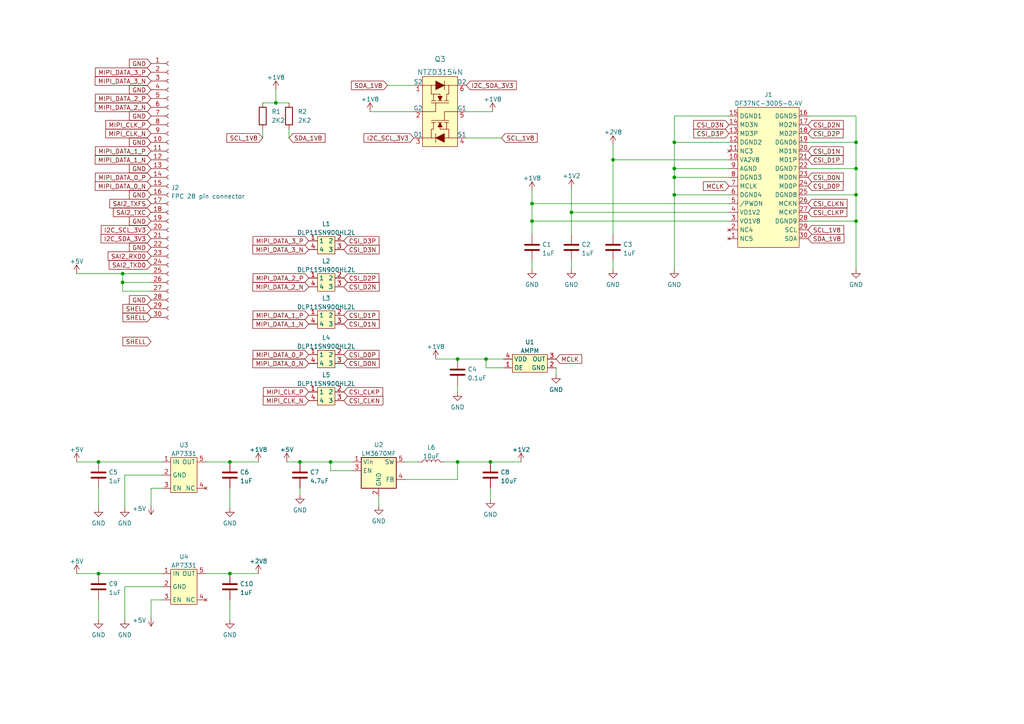
<source format=kicad_sch>
(kicad_sch (version 20211123) (generator eeschema)
  (paper "A4")
  (lib_symbols
    (symbol "Connector:Conn_01x30_Female" (pin_names (offset 1.016) hide)
      (property "Reference" "J" (at 0 38.1 0))
      (property "Value" "Conn_01x30_Female" (at 0 -40.64 0))
      (symbol "Conn_01x30_Female_1_1"
        (arc (start 0 -37.592) (mid -0.508 -38.1) (end 0 -38.608) (stroke (width 0.1524)))
        (arc (start 0 -35.052) (mid -0.508 -35.56) (end 0 -36.068) (stroke (width 0.1524)))
        (arc (start 0 -32.512) (mid -0.508 -33.02) (end 0 -33.528) (stroke (width 0.1524)))
        (arc (start 0 -29.972) (mid -0.508 -30.48) (end 0 -30.988) (stroke (width 0.1524)))
        (arc (start 0 -27.432) (mid -0.508 -27.94) (end 0 -28.448) (stroke (width 0.1524)))
        (arc (start 0 -24.892) (mid -0.508 -25.4) (end 0 -25.908) (stroke (width 0.1524)))
        (arc (start 0 -22.352) (mid -0.508 -22.86) (end 0 -23.368) (stroke (width 0.1524)))
        (arc (start 0 -19.812) (mid -0.508 -20.32) (end 0 -20.828) (stroke (width 0.1524)))
        (arc (start 0 -17.272) (mid -0.508 -17.78) (end 0 -18.288) (stroke (width 0.1524)))
        (arc (start 0 -14.732) (mid -0.508 -15.24) (end 0 -15.748) (stroke (width 0.1524)))
        (arc (start 0 -12.192) (mid -0.508 -12.7) (end 0 -13.208) (stroke (width 0.1524)))
        (arc (start 0 -9.652) (mid -0.508 -10.16) (end 0 -10.668) (stroke (width 0.1524)))
        (arc (start 0 -7.112) (mid -0.508 -7.62) (end 0 -8.128) (stroke (width 0.1524)))
        (arc (start 0 -4.572) (mid -0.508 -5.08) (end 0 -5.588) (stroke (width 0.1524)))
        (arc (start 0 -2.032) (mid -0.508 -2.54) (end 0 -3.048) (stroke (width 0.1524)))
        (polyline (pts (xy -1.27 -38.1) (xy -0.508 -38.1)) (stroke (width 0.1524)))
        (polyline (pts (xy -1.27 -35.56) (xy -0.508 -35.56)) (stroke (width 0.1524)))
        (polyline (pts (xy -1.27 -33.02) (xy -0.508 -33.02)) (stroke (width 0.1524)))
        (polyline (pts (xy -1.27 -30.48) (xy -0.508 -30.48)) (stroke (width 0.1524)))
        (polyline (pts (xy -1.27 -27.94) (xy -0.508 -27.94)) (stroke (width 0.1524)))
        (polyline (pts (xy -1.27 -25.4) (xy -0.508 -25.4)) (stroke (width 0.1524)))
        (polyline (pts (xy -1.27 -22.86) (xy -0.508 -22.86)) (stroke (width 0.1524)))
        (polyline (pts (xy -1.27 -20.32) (xy -0.508 -20.32)) (stroke (width 0.1524)))
        (polyline (pts (xy -1.27 -17.78) (xy -0.508 -17.78)) (stroke (width 0.1524)))
        (polyline (pts (xy -1.27 -15.24) (xy -0.508 -15.24)) (stroke (width 0.1524)))
        (polyline (pts (xy -1.27 -12.7) (xy -0.508 -12.7)) (stroke (width 0.1524)))
        (polyline (pts (xy -1.27 -10.16) (xy -0.508 -10.16)) (stroke (width 0.1524)))
        (polyline (pts (xy -1.27 -7.62) (xy -0.508 -7.62)) (stroke (width 0.1524)))
        (polyline (pts (xy -1.27 -5.08) (xy -0.508 -5.08)) (stroke (width 0.1524)))
        (polyline (pts (xy -1.27 -2.54) (xy -0.508 -2.54)) (stroke (width 0.1524)))
        (polyline (pts (xy -1.27 0) (xy -0.508 0)) (stroke (width 0.1524)))
        (polyline (pts (xy -1.27 2.54) (xy -0.508 2.54)) (stroke (width 0.1524)))
        (polyline (pts (xy -1.27 5.08) (xy -0.508 5.08)) (stroke (width 0.1524)))
        (polyline (pts (xy -1.27 7.62) (xy -0.508 7.62)) (stroke (width 0.1524)))
        (polyline (pts (xy -1.27 10.16) (xy -0.508 10.16)) (stroke (width 0.1524)))
        (polyline (pts (xy -1.27 12.7) (xy -0.508 12.7)) (stroke (width 0.1524)))
        (polyline (pts (xy -1.27 15.24) (xy -0.508 15.24)) (stroke (width 0.1524)))
        (polyline (pts (xy -1.27 17.78) (xy -0.508 17.78)) (stroke (width 0.1524)))
        (polyline (pts (xy -1.27 20.32) (xy -0.508 20.32)) (stroke (width 0.1524)))
        (polyline (pts (xy -1.27 22.86) (xy -0.508 22.86)) (stroke (width 0.1524)))
        (polyline (pts (xy -1.27 25.4) (xy -0.508 25.4)) (stroke (width 0.1524)))
        (polyline (pts (xy -1.27 27.94) (xy -0.508 27.94)) (stroke (width 0.1524)))
        (polyline (pts (xy -1.27 30.48) (xy -0.508 30.48)) (stroke (width 0.1524)))
        (polyline (pts (xy -1.27 33.02) (xy -0.508 33.02)) (stroke (width 0.1524)))
        (polyline (pts (xy -1.27 35.56) (xy -0.508 35.56)) (stroke (width 0.1524)))
        (arc (start 0 0.508) (mid -0.508 0) (end 0 -0.508) (stroke (width 0.1524)))
        (arc (start 0 3.048) (mid -0.508 2.54) (end 0 2.032) (stroke (width 0.1524)))
        (arc (start 0 5.588) (mid -0.508 5.08) (end 0 4.572) (stroke (width 0.1524)))
        (arc (start 0 8.128) (mid -0.508 7.62) (end 0 7.112) (stroke (width 0.1524)))
        (arc (start 0 10.668) (mid -0.508 10.16) (end 0 9.652) (stroke (width 0.1524)))
        (arc (start 0 13.208) (mid -0.508 12.7) (end 0 12.192) (stroke (width 0.1524)))
        (arc (start 0 15.748) (mid -0.508 15.24) (end 0 14.732) (stroke (width 0.1524)))
        (arc (start 0 18.288) (mid -0.508 17.78) (end 0 17.272) (stroke (width 0.1524)))
        (arc (start 0 20.828) (mid -0.508 20.32) (end 0 19.812) (stroke (width 0.1524)))
        (arc (start 0 23.368) (mid -0.508 22.86) (end 0 22.352) (stroke (width 0.1524)))
        (arc (start 0 25.908) (mid -0.508 25.4) (end 0 24.892) (stroke (width 0.1524)))
        (arc (start 0 28.448) (mid -0.508 27.94) (end 0 27.432) (stroke (width 0.1524)))
        (arc (start 0 30.988) (mid -0.508 30.48) (end 0 29.972) (stroke (width 0.1524)))
        (arc (start 0 33.528) (mid -0.508 33.02) (end 0 32.512) (stroke (width 0.1524)))
        (arc (start 0 36.068) (mid -0.508 35.56) (end 0 35.052) (stroke (width 0.1524)))
        (pin passive line (at -5.08 35.56 0) (length 3.81) (name "Pin_1") (number "1"))
        (pin passive line (at -5.08 12.7 0) (length 3.81) (name "Pin_10") (number "10"))
        (pin passive line (at -5.08 10.16 0) (length 3.81) (name "Pin_11") (number "11"))
        (pin passive line (at -5.08 7.62 0) (length 3.81) (name "Pin_12") (number "12"))
        (pin passive line (at -5.08 5.08 0) (length 3.81) (name "Pin_13") (number "13"))
        (pin passive line (at -5.08 2.54 0) (length 3.81) (name "Pin_14") (number "14"))
        (pin passive line (at -5.08 0 0) (length 3.81) (name "Pin_15") (number "15"))
        (pin passive line (at -5.08 -2.54 0) (length 3.81) (name "Pin_16") (number "16"))
        (pin passive line (at -5.08 -5.08 0) (length 3.81) (name "Pin_17") (number "17"))
        (pin passive line (at -5.08 -7.62 0) (length 3.81) (name "Pin_18") (number "18"))
        (pin passive line (at -5.08 -10.16 0) (length 3.81) (name "Pin_19") (number "19"))
        (pin passive line (at -5.08 33.02 0) (length 3.81) (name "Pin_2") (number "2"))
        (pin passive line (at -5.08 -12.7 0) (length 3.81) (name "Pin_20") (number "20"))
        (pin passive line (at -5.08 -15.24 0) (length 3.81) (name "Pin_21") (number "21"))
        (pin passive line (at -5.08 -17.78 0) (length 3.81) (name "Pin_22") (number "22"))
        (pin passive line (at -5.08 -20.32 0) (length 3.81) (name "Pin_23") (number "23"))
        (pin passive line (at -5.08 -22.86 0) (length 3.81) (name "Pin_24") (number "24"))
        (pin passive line (at -5.08 -25.4 0) (length 3.81) (name "Pin_25") (number "25"))
        (pin passive line (at -5.08 -27.94 0) (length 3.81) (name "Pin_26") (number "26"))
        (pin passive line (at -5.08 -30.48 0) (length 3.81) (name "Pin_27") (number "27"))
        (pin passive line (at -5.08 -33.02 0) (length 3.81) (name "Pin_28") (number "28"))
        (pin passive line (at -5.08 -35.56 0) (length 3.81) (name "Pin_29") (number "29"))
        (pin passive line (at -5.08 30.48 0) (length 3.81) (name "Pin_3") (number "3"))
        (pin passive line (at -5.08 -38.1 0) (length 3.81) (name "Pin_30") (number "30"))
        (pin passive line (at -5.08 27.94 0) (length 3.81) (name "Pin_4") (number "4"))
        (pin passive line (at -5.08 25.4 0) (length 3.81) (name "Pin_5") (number "5"))
        (pin passive line (at -5.08 22.86 0) (length 3.81) (name "Pin_6") (number "6"))
        (pin passive line (at -5.08 20.32 0) (length 3.81) (name "Pin_7") (number "7"))
        (pin passive line (at -5.08 17.78 0) (length 3.81) (name "Pin_8") (number "8"))
        (pin passive line (at -5.08 15.24 0) (length 3.81) (name "Pin_9") (number "9"))
      )
    )
    (symbol "Device:C" (pin_numbers hide) (pin_names (offset 0.254))
      (property "Reference" "C" (at 0.635 2.54 0))
      (property "Value" "C" (at 0.635 -2.54 0))
      (symbol "C_0_1"
        (polyline (pts (xy -2.032 -0.762) (xy 2.032 -0.762)) (stroke (width 0.508)))
        (polyline (pts (xy -2.032 0.762) (xy 2.032 0.762)) (stroke (width 0.508)))
      )
      (symbol "C_1_1"
        (pin passive line (at 0 3.81 270) (length 2.794) (name "~") (number "1"))
        (pin passive line (at 0 -3.81 90) (length 2.794) (name "~") (number "2"))
      )
    )
    (symbol "Device:L" (pin_numbers hide) (pin_names (offset 1.016) hide)
      (property "Reference" "L" (at -1.27 0 90))
      (property "Value" "L" (at 1.905 0 90))
      (symbol "L_0_1"
        (arc (start 0 -2.54) (mid 0.635 -1.905) (end 0 -1.27))
        (arc (start 0 -1.27) (mid 0.635 -0.635) (end 0 0))
        (arc (start 0 0) (mid 0.635 0.635) (end 0 1.27))
        (arc (start 0 1.27) (mid 0.635 1.905) (end 0 2.54))
      )
      (symbol "L_1_1"
        (pin passive line (at 0 3.81 270) (length 1.27) (name "1") (number "1"))
        (pin passive line (at 0 -3.81 90) (length 1.27) (name "2") (number "2"))
      )
    )
    (symbol "Device:R" (pin_numbers hide) (pin_names (offset 0))
      (property "Reference" "R" (at 2.032 0 90))
      (property "Value" "R" (at 0 0 90))
      (symbol "R_0_1"
        (rectangle (start -1.016 -2.54) (end 1.016 2.54) (stroke (width 0.254)))
      )
      (symbol "R_1_1"
        (pin passive line (at 0 3.81 270) (length 1.27) (name "~") (number "1"))
        (pin passive line (at 0 -3.81 90) (length 1.27) (name "~") (number "2"))
      )
    )
    (symbol "Regulator_Switching:LM3670MF"
      (property "Reference" "U" (at -5.08 5.08 0))
      (property "Value" "LM3670MF" (at 0 5.08 0))
      (symbol "LM3670MF_0_1"
        (rectangle (start -5.08 3.81) (end 5.08 -5.08) (stroke (width 0.254)) (fill (type background)))
      )
      (symbol "LM3670MF_1_1"
        (pin power_in line (at -7.62 2.54 0) (length 2.54) (name "Vin") (number "1"))
        (pin power_in line (at 0 -7.62 90) (length 2.54) (name "GND") (number "2"))
        (pin input line (at -7.62 0 0) (length 2.54) (name "EN") (number "3"))
        (pin input line (at 7.62 -2.54 180) (length 2.54) (name "FB") (number "4"))
        (pin input line (at 7.62 2.54 180) (length 2.54) (name "SW") (number "5"))
      )
    )
    (symbol "dk_Transistors-FETs-MOSFETs-Arrays:2N7002DW-7-F" (pin_names (offset 0))
      (property "Reference" "Q" (at -7.62 10.16 0))
      (property "Value" "2N7002DW-7-F" (at -5.08 -15.24 0))
      (symbol "2N7002DW-7-F_0_1"
        (rectangle (start -5.08 7.62) (end 5.08 -12.7) (fill (type background)))
        (polyline (pts (xy -5.08 -10.16) (xy -1.27 -10.16)))
        (polyline (pts (xy -2.54 0) (xy 2.54 0)))
        (polyline (pts (xy -1.27 -11.43) (xy -1.27 -8.89)))
        (polyline (pts (xy -1.27 -5.715) (xy -2.54 -5.715)))
        (polyline (pts (xy -1.27 0.635) (xy -2.54 0.635)))
        (polyline (pts (xy -1.27 5.08) (xy -5.08 5.08)))
        (polyline (pts (xy -0.635 0.635) (xy 0.635 0.635)))
        (polyline (pts (xy 0.635 -5.715) (xy -0.635 -5.715)))
        (polyline (pts (xy 1.27 -10.16) (xy 5.08 -10.16)))
        (polyline (pts (xy 1.27 -5.715) (xy 2.54 -5.715)))
        (polyline (pts (xy 1.27 0.635) (xy 2.54 0.635)))
        (polyline (pts (xy 1.27 6.35) (xy 1.27 3.81)))
        (polyline (pts (xy 2.54 -5.08) (xy -2.54 -5.08)))
        (polyline (pts (xy 5.08 5.08) (xy 1.27 5.08)))
        (polyline (pts (xy -5.08 -2.54) (xy -1.27 -2.54) (xy -1.27 0)))
        (polyline (pts (xy -1.905 2.54) (xy -2.54 2.54) (xy -2.54 5.08)))
        (polyline (pts (xy 1.905 -7.62) (xy 2.54 -7.62) (xy 2.54 -10.16)))
        (polyline (pts (xy 5.08 -2.54) (xy 1.27 -2.54) (xy 1.27 -5.08)))
        (polyline (pts (xy -1.905 -5.715) (xy -1.905 -7.62) (xy -2.54 -7.62) (xy -2.54 -10.16)))
        (polyline (pts (xy -1.27 6.35) (xy -1.27 3.81) (xy 1.27 5.08) (xy -1.27 6.35)) (fill (type outline)))
        (polyline (pts (xy -0.635 1.905) (xy 0 0.635) (xy 0.635 1.905) (xy -0.635 1.905)) (fill (type outline)))
        (polyline (pts (xy 0 -6.985) (xy 0 -7.62) (xy 1.905 -7.62) (xy 1.905 -5.715)))
        (polyline (pts (xy 0 1.905) (xy 0 2.54) (xy -1.905 2.54) (xy -1.905 0.635)))
        (polyline (pts (xy 0.635 -6.985) (xy 0 -5.715) (xy -0.635 -6.985) (xy 0.635 -6.985)) (fill (type outline)))
        (polyline (pts (xy 1.27 -11.43) (xy 1.27 -8.89) (xy -1.27 -10.16) (xy 1.27 -11.43)) (fill (type outline)))
        (polyline (pts (xy 1.905 0.635) (xy 1.905 2.54) (xy 2.54 2.54) (xy 2.54 5.08)))
      )
      (symbol "2N7002DW-7-F_1_1"
        (pin input line (at -7.62 5.08 0) (length 2.54) (name "S2") (number "1"))
        (pin input line (at -7.62 -2.54 0) (length 2.54) (name "G2") (number "2"))
        (pin output line (at -7.62 -10.16 0) (length 2.54) (name "D1") (number "3"))
        (pin input line (at 7.62 -10.16 180) (length 2.54) (name "S1") (number "4"))
        (pin input line (at 7.62 -2.54 180) (length 2.54) (name "G1") (number "5"))
        (pin output line (at 7.62 5.08 180) (length 2.54) (name "D2") (number "6"))
      )
    )
    (symbol "power:+1V2" (power) (pin_names (offset 0))
      (property "Value" "+1V2" (at 0 3.556 0))
      (symbol "+1V2_0_1"
        (polyline (pts (xy -0.762 1.27) (xy 0 2.54)))
        (polyline (pts (xy 0 0) (xy 0 2.54)))
        (polyline (pts (xy 0 2.54) (xy 0.762 1.27)))
      )
      (symbol "+1V2_1_1"
        (pin power_in line (at 0 0 90) (length 0) hide (name "+1V2") (number "1"))
      )
    )
    (symbol "power:+1V8" (power) (pin_names (offset 0))
      (property "Value" "+1V8" (at 0 3.556 0))
      (symbol "+1V8_0_1"
        (polyline (pts (xy -0.762 1.27) (xy 0 2.54)))
        (polyline (pts (xy 0 0) (xy 0 2.54)))
        (polyline (pts (xy 0 2.54) (xy 0.762 1.27)))
      )
      (symbol "+1V8_1_1"
        (pin power_in line (at 0 0 90) (length 0) hide (name "+1V8") (number "1"))
      )
    )
    (symbol "power:+2V8" (power) (pin_names (offset 0))
      (property "Value" "+2V8" (at 0 3.556 0))
      (symbol "+2V8_0_1"
        (polyline (pts (xy -0.762 1.27) (xy 0 2.54)))
        (polyline (pts (xy 0 0) (xy 0 2.54)))
        (polyline (pts (xy 0 2.54) (xy 0.762 1.27)))
      )
      (symbol "+2V8_1_1"
        (pin power_in line (at 0 0 90) (length 0) hide (name "+2V8") (number "1"))
      )
    )
    (symbol "power:+5V" (power) (pin_names (offset 0))
      (property "Value" "+5V" (at 0 3.556 0))
      (symbol "+5V_0_1"
        (polyline (pts (xy -0.762 1.27) (xy 0 2.54)))
        (polyline (pts (xy 0 0) (xy 0 2.54)))
        (polyline (pts (xy 0 2.54) (xy 0.762 1.27)))
      )
      (symbol "+5V_1_1"
        (pin power_in line (at 0 0 90) (length 0) hide (name "+5V") (number "1"))
      )
    )
    (symbol "power:GND" (power) (pin_names (offset 0))
      (property "Value" "GND" (at 0 -3.81 0))
      (symbol "GND_0_1"
        (polyline (pts (xy 0 0) (xy 0 -1.27) (xy 1.27 -1.27) (xy 0 -2.54) (xy -1.27 -1.27) (xy 0 -1.27)))
      )
      (symbol "GND_1_1"
        (pin power_in line (at 0 0 270) (length 0) hide (name "GND") (number "1"))
      )
    )
    (symbol "unsurv_offline_pcb_symbols:AMPM"
      (property "Reference" "U" (at 0 7.62 0))
      (property "Value" "AMPM" (at 0 -1.27 0))
      (symbol "AMPM_0_1"
        (rectangle (start 5.08 6.35) (end -5.08 1.27) (stroke (width 0.1524)) (fill (type background)))
      )
      (symbol "AMPM_1_1"
        (pin power_in line (at -7.62 2.54 0) (length 2.54) (name "OE") (number "1"))
        (pin power_in line (at 7.62 2.54 180) (length 2.54) (name "GND") (number "2"))
        (pin output line (at 7.62 5.08 180) (length 2.54) (name "OUT") (number "3"))
        (pin power_in line (at -7.62 5.08 0) (length 2.54) (name "VDD") (number "4"))
      )
    )
    (symbol "unsurv_offline_pcb_symbols:AP7331"
      (property "Reference" "U" (at 0 8.89 0))
      (property "Value" "AP7331" (at 0 -6.35 0))
      (symbol "AP7331_0_1"
        (rectangle (start 3.81 6.35) (end -3.81 -3.81) (stroke (width 0.1524)) (fill (type background)))
      )
      (symbol "AP7331_1_1"
        (pin power_in line (at -6.35 5.08 0) (length 2.54) (name "IN") (number "1"))
        (pin power_in line (at -6.35 1.27 0) (length 2.54) (name "GND") (number "2"))
        (pin input line (at -6.35 -2.54 0) (length 2.54) (name "EN") (number "3"))
        (pin no_connect line (at 6.35 -2.54 180) (length 2.54) (name "NC") (number "4"))
        (pin input line (at 6.35 5.08 180) (length 2.54) (name "OUT") (number "5"))
      )
    )
    (symbol "unsurv_offline_pcb_symbols:DF37NC-30DS-0.4V"
      (property "Reference" "J" (at 0 20.32 0))
      (property "Value" "DF37NC-30DS-0.4V" (at 0 -27.94 0))
      (symbol "DF37NC-30DS-0.4V_0_1"
        (rectangle (start 8.89 19.05) (end -8.89 -21.59) (stroke (width 0.1524)) (fill (type background)))
      )
      (symbol "DF37NC-30DS-0.4V_1_1"
        (pin no_connect line (at -11.43 -19.05 0) (length 2.54) (name "NC5") (number "1"))
        (pin power_in line (at -11.43 3.81 0) (length 2.54) (name "VA2V8") (number "10"))
        (pin no_connect line (at -11.43 6.35 0) (length 2.54) (name "NC3") (number "11"))
        (pin power_in line (at -11.43 8.89 0) (length 2.54) (name "DGND2") (number "12"))
        (pin output line (at -11.43 11.43 0) (length 2.54) (name "MD3P") (number "13"))
        (pin output line (at -11.43 13.97 0) (length 2.54) (name "MD3N") (number "14"))
        (pin power_in line (at -11.43 16.51 0) (length 2.54) (name "DGND1") (number "15"))
        (pin power_in line (at 11.43 16.51 180) (length 2.54) (name "DGND5") (number "16"))
        (pin output line (at 11.43 13.97 180) (length 2.54) (name "MD2N") (number "17"))
        (pin output line (at 11.43 11.43 180) (length 2.54) (name "MD2P") (number "18"))
        (pin power_in line (at 11.43 8.89 180) (length 2.54) (name "DGND6") (number "19"))
        (pin no_connect line (at -11.43 -16.51 0) (length 2.54) (name "NC4") (number "2"))
        (pin output line (at 11.43 6.35 180) (length 2.54) (name "MD1N") (number "20"))
        (pin output line (at 11.43 3.81 180) (length 2.54) (name "MD1P") (number "21"))
        (pin power_in line (at 11.43 1.27 180) (length 2.54) (name "DGND7") (number "22"))
        (pin output line (at 11.43 -1.27 180) (length 2.54) (name "MD0N") (number "23"))
        (pin output line (at 11.43 -3.81 180) (length 2.54) (name "MD0P") (number "24"))
        (pin power_in line (at 11.43 -6.35 180) (length 2.54) (name "DGND8") (number "25"))
        (pin output line (at 11.43 -8.89 180) (length 2.54) (name "MCKN") (number "26"))
        (pin output line (at 11.43 -11.43 180) (length 2.54) (name "MCKP") (number "27"))
        (pin power_in line (at 11.43 -13.97 180) (length 2.54) (name "DGND9") (number "28"))
        (pin input line (at 11.43 -16.51 180) (length 2.54) (name "SCL") (number "29"))
        (pin power_in line (at -11.43 -13.97 0) (length 2.54) (name "VO1V8") (number "3"))
        (pin bidirectional line (at 11.43 -19.05 180) (length 2.54) (name "SDA") (number "30"))
        (pin power_in line (at -11.43 -11.43 0) (length 2.54) (name "VD1V2") (number "4"))
        (pin power_in line (at -11.43 -8.89 0) (length 2.54) (name "/PWDN") (number "5"))
        (pin power_in line (at -11.43 -6.35 0) (length 2.54) (name "DGND4") (number "6"))
        (pin input line (at -11.43 -3.81 0) (length 2.54) (name "MCLK") (number "7"))
        (pin power_in line (at -11.43 -1.27 0) (length 2.54) (name "DGND3") (number "8"))
        (pin power_in line (at -11.43 1.27 0) (length 2.54) (name "AGND") (number "9"))
      )
    )
    (symbol "unsurv_offline_pcb_symbols:DLP11SN900HL2L"
      (property "Reference" "L" (at 0 8.89 0))
      (property "Value" "DLP11SN900HL2L" (at 0 -1.27 0))
      (symbol "DLP11SN900HL2L_0_1"
        (rectangle (start 2.54 6.35) (end -2.54 1.27) (stroke (width 0.1524)) (fill (type background)))
      )
      (symbol "DLP11SN900HL2L_1_1"
        (pin bidirectional line (at -5.08 5.08 0) (length 2.54) (name "1") (number "1"))
        (pin bidirectional line (at 5.08 5.08 180) (length 2.54) (name "2") (number "2"))
        (pin bidirectional line (at 5.08 2.54 180) (length 2.54) (name "3") (number "3"))
        (pin bidirectional line (at -5.08 2.54 0) (length 2.54) (name "4") (number "4"))
      )
    )
  )
  (junction (at 95.885 133.985))
  (junction (at 86.995 133.985))
  (junction (at 140.97 104.14))
  (junction (at 248.285 56.515))
  (junction (at 132.715 133.985))
  (junction (at 66.675 166.37))
  (junction (at 195.58 56.515))
  (junction (at 248.285 41.275))
  (junction (at 248.285 48.895))
  (junction (at 35.56 81.915))
  (junction (at 142.24 133.985))
  (junction (at 80.01 29.845))
  (junction (at 154.305 59.055))
  (junction (at 28.575 166.37))
  (junction (at 195.58 41.275))
  (junction (at 132.715 104.14))
  (junction (at 165.735 61.595))
  (junction (at 195.58 51.435))
  (junction (at 248.285 64.135))
  (junction (at 195.58 48.895))
  (junction (at 28.575 133.985))
  (junction (at 66.675 133.985))
  (junction (at 154.305 64.135))
  (junction (at 177.8 46.355))
  (junction (at 35.56 79.375))
  (wire (pts (xy 95.885 133.985) (xy 95.885 136.525)))
  (wire (pts (xy 234.315 64.135) (xy 248.285 64.135)))
  (wire (pts (xy 35.56 84.455) (xy 35.56 81.915)))
  (wire (pts (xy 66.675 133.985) (xy 74.93 133.985)))
  (wire (pts (xy 86.995 141.605) (xy 86.995 143.51)))
  (wire (pts (xy 83.185 133.985) (xy 86.995 133.985)))
  (wire (pts (xy 83.82 29.845) (xy 80.01 29.845)))
  (wire (pts (xy 211.455 64.135) (xy 154.305 64.135)))
  (wire (pts (xy 43.815 179.07) (xy 43.815 173.99)))
  (wire (pts (xy 86.995 133.985) (xy 95.885 133.985)))
  (wire (pts (xy 161.29 106.68) (xy 161.29 108.585)))
  (wire (pts (xy 248.285 33.655) (xy 248.285 41.275)))
  (wire (pts (xy 140.97 106.68) (xy 146.05 106.68)))
  (wire (pts (xy 28.575 133.985) (xy 46.99 133.985)))
  (wire (pts (xy 36.195 179.705) (xy 36.195 170.18)))
  (wire (pts (xy 22.225 166.37) (xy 28.575 166.37)))
  (wire (pts (xy 76.2 37.465) (xy 76.2 40.005)))
  (wire (pts (xy 195.58 41.275) (xy 195.58 48.895)))
  (wire (pts (xy 142.24 133.985) (xy 151.13 133.985)))
  (wire (pts (xy 177.8 41.91) (xy 177.8 46.355)))
  (wire (pts (xy 28.575 166.37) (xy 46.99 166.37)))
  (wire (pts (xy 36.195 137.795) (xy 46.99 137.795)))
  (wire (pts (xy 234.315 41.275) (xy 248.285 41.275)))
  (wire (pts (xy 142.24 141.605) (xy 142.24 144.78)))
  (wire (pts (xy 140.97 104.14) (xy 146.05 104.14)))
  (wire (pts (xy 35.56 79.375) (xy 43.815 79.375)))
  (wire (pts (xy 107.315 32.385) (xy 120.015 32.385)))
  (wire (pts (xy 165.735 61.595) (xy 211.455 61.595)))
  (wire (pts (xy 132.715 139.065) (xy 132.715 133.985)))
  (wire (pts (xy 165.735 54.61) (xy 165.735 61.595)))
  (wire (pts (xy 211.455 56.515) (xy 195.58 56.515)))
  (wire (pts (xy 211.455 59.055) (xy 154.305 59.055)))
  (wire (pts (xy 234.315 33.655) (xy 248.285 33.655)))
  (wire (pts (xy 135.255 40.005) (xy 145.415 40.005)))
  (wire (pts (xy 36.195 170.18) (xy 46.99 170.18)))
  (wire (pts (xy 234.315 56.515) (xy 248.285 56.515)))
  (wire (pts (xy 132.715 104.14) (xy 140.97 104.14)))
  (wire (pts (xy 128.905 133.985) (xy 132.715 133.985)))
  (wire (pts (xy 43.815 84.455) (xy 35.56 84.455)))
  (wire (pts (xy 248.285 56.515) (xy 248.285 64.135)))
  (wire (pts (xy 43.815 81.915) (xy 35.56 81.915)))
  (wire (pts (xy 117.475 139.065) (xy 132.715 139.065)))
  (wire (pts (xy 109.855 144.145) (xy 109.855 146.685)))
  (wire (pts (xy 211.455 51.435) (xy 195.58 51.435)))
  (wire (pts (xy 43.815 146.685) (xy 43.815 141.605)))
  (wire (pts (xy 76.2 29.845) (xy 80.01 29.845)))
  (wire (pts (xy 22.225 133.985) (xy 28.575 133.985)))
  (wire (pts (xy 154.305 55.245) (xy 154.305 59.055)))
  (wire (pts (xy 35.56 81.915) (xy 35.56 79.375)))
  (wire (pts (xy 43.815 173.99) (xy 46.99 173.99)))
  (wire (pts (xy 83.82 37.465) (xy 83.82 40.005)))
  (wire (pts (xy 140.97 104.14) (xy 140.97 106.68)))
  (wire (pts (xy 195.58 48.895) (xy 211.455 48.895)))
  (wire (pts (xy 154.305 59.055) (xy 154.305 64.135)))
  (wire (pts (xy 132.715 111.76) (xy 132.715 113.665)))
  (wire (pts (xy 211.455 33.655) (xy 195.58 33.655)))
  (wire (pts (xy 234.315 48.895) (xy 248.285 48.895)))
  (wire (pts (xy 154.305 75.565) (xy 154.305 78.105)))
  (wire (pts (xy 43.815 141.605) (xy 46.99 141.605)))
  (wire (pts (xy 135.255 32.385) (xy 142.875 32.385)))
  (wire (pts (xy 66.675 141.605) (xy 66.675 147.32)))
  (wire (pts (xy 28.575 173.99) (xy 28.575 179.705)))
  (wire (pts (xy 195.58 51.435) (xy 195.58 56.515)))
  (wire (pts (xy 95.885 136.525) (xy 102.235 136.525)))
  (wire (pts (xy 22.225 79.375) (xy 35.56 79.375)))
  (wire (pts (xy 195.58 48.895) (xy 195.58 51.435)))
  (wire (pts (xy 66.675 173.99) (xy 66.675 179.705)))
  (wire (pts (xy 59.69 133.985) (xy 66.675 133.985)))
  (wire (pts (xy 95.885 133.985) (xy 102.235 133.985)))
  (wire (pts (xy 248.285 48.895) (xy 248.285 56.515)))
  (wire (pts (xy 177.8 46.355) (xy 177.8 67.945)))
  (wire (pts (xy 36.195 147.32) (xy 36.195 137.795)))
  (wire (pts (xy 117.475 133.985) (xy 121.285 133.985)))
  (wire (pts (xy 132.715 133.985) (xy 142.24 133.985)))
  (wire (pts (xy 126.365 104.14) (xy 132.715 104.14)))
  (wire (pts (xy 248.285 64.135) (xy 248.285 78.105)))
  (wire (pts (xy 112.395 24.765) (xy 120.015 24.765)))
  (wire (pts (xy 195.58 33.655) (xy 195.58 41.275)))
  (wire (pts (xy 248.285 41.275) (xy 248.285 48.895)))
  (wire (pts (xy 211.455 46.355) (xy 177.8 46.355)))
  (wire (pts (xy 66.675 166.37) (xy 74.93 166.37)))
  (wire (pts (xy 80.01 29.845) (xy 80.01 26.035)))
  (wire (pts (xy 28.575 141.605) (xy 28.575 147.32)))
  (wire (pts (xy 195.58 56.515) (xy 195.58 78.105)))
  (wire (pts (xy 177.8 75.565) (xy 177.8 78.105)))
  (wire (pts (xy 154.305 64.135) (xy 154.305 67.945)))
  (wire (pts (xy 211.455 41.275) (xy 195.58 41.275)))
  (wire (pts (xy 59.69 166.37) (xy 66.675 166.37)))
  (wire (pts (xy 165.735 75.565) (xy 165.735 78.105)))
  (wire (pts (xy 165.735 61.595) (xy 165.735 67.945)))
  (global_label "GND" (shape input) (at 43.815 86.995 180) (property "Intersheet References" "${INTERSHEET_REFS}" (effects hide)))
  (global_label "CSI_D0N" (shape input) (at 99.695 105.41 0) (property "Intersheet References" "${INTERSHEET_REFS}" (effects hide)))
  (global_label "CSI_D0P" (shape input) (at 99.695 102.87 0) (property "Intersheet References" "${INTERSHEET_REFS}" (effects hide)))
  (global_label "SHELL" (shape input) (at 43.815 89.535 180) (property "Intersheet References" "${INTERSHEET_REFS}" (effects hide)))
  (global_label "I2C_SDA_3V3" (shape input) (at 135.255 24.765 0) (property "Intersheet References" "${INTERSHEET_REFS}" (effects hide)))
  (global_label "MIPI_DATA_1_N" (shape input) (at 89.535 93.98 180) (property "Intersheet References" "${INTERSHEET_REFS}" (effects hide)))
  (global_label "SCL_1V8" (shape input) (at 234.315 66.675 0) (property "Intersheet References" "${INTERSHEET_REFS}" (effects hide)))
  (global_label "MIPI_CLK_P" (shape input) (at 89.535 113.665 180) (property "Intersheet References" "${INTERSHEET_REFS}" (effects hide)))
  (global_label "MIPI_DATA_2_N" (shape input) (at 89.535 83.185 180) (property "Intersheet References" "${INTERSHEET_REFS}" (effects hide)))
  (global_label "CSI_D1N" (shape input) (at 99.695 93.98 0) (property "Intersheet References" "${INTERSHEET_REFS}" (effects hide)))
  (global_label "MIPI_DATA_0_P" (shape input) (at 43.815 51.435 180) (property "Intersheet References" "${INTERSHEET_REFS}" (effects hide)))
  (global_label "MIPI_DATA_3_N" (shape input) (at 43.815 23.495 180) (property "Intersheet References" "${INTERSHEET_REFS}" (effects hide)))
  (global_label "SAI2_RXD0" (shape input) (at 43.815 74.295 180) (property "Intersheet References" "${INTERSHEET_REFS}" (effects hide)))
  (global_label "SAI2_TXC" (shape input) (at 43.815 61.595 180) (property "Intersheet References" "${INTERSHEET_REFS}" (effects hide)))
  (global_label "GND" (shape input) (at 43.815 64.135 180) (property "Intersheet References" "${INTERSHEET_REFS}" (effects hide)))
  (global_label "SDA_1V8" (shape input) (at 234.315 69.215 0) (property "Intersheet References" "${INTERSHEET_REFS}" (effects hide)))
  (global_label "MIPI_DATA_0_N" (shape input) (at 43.815 53.975 180) (property "Intersheet References" "${INTERSHEET_REFS}" (effects hide)))
  (global_label "MCLK" (shape input) (at 211.455 53.975 180) (property "Intersheet References" "${INTERSHEET_REFS}" (effects hide)))
  (global_label "CSI_CLKN" (shape input) (at 234.315 59.055 0) (property "Intersheet References" "${INTERSHEET_REFS}" (effects hide)))
  (global_label "I2C_SCL_3V3" (shape input) (at 43.815 66.675 180) (property "Intersheet References" "${INTERSHEET_REFS}" (effects hide)))
  (global_label "SHELL" (shape input) (at 43.815 99.06 180) (property "Intersheet References" "${INTERSHEET_REFS}" (effects hide)))
  (global_label "CSI_D2P" (shape input) (at 99.695 80.645 0) (property "Intersheet References" "${INTERSHEET_REFS}" (effects hide)))
  (global_label "MIPI_CLK_N" (shape input) (at 89.535 116.205 180) (property "Intersheet References" "${INTERSHEET_REFS}" (effects hide)))
  (global_label "MIPI_CLK_N" (shape input) (at 43.815 38.735 180) (property "Intersheet References" "${INTERSHEET_REFS}" (effects hide)))
  (global_label "SDA_1V8" (shape input) (at 83.82 40.005 0) (property "Intersheet References" "${INTERSHEET_REFS}" (effects hide)))
  (global_label "SDA_1V8" (shape input) (at 112.395 24.765 180) (property "Intersheet References" "${INTERSHEET_REFS}" (effects hide)))
  (global_label "CSI_D2N" (shape input) (at 99.695 83.185 0) (property "Intersheet References" "${INTERSHEET_REFS}" (effects hide)))
  (global_label "MIPI_DATA_3_N" (shape input) (at 89.535 72.39 180) (property "Intersheet References" "${INTERSHEET_REFS}" (effects hide)))
  (global_label "GND" (shape input) (at 43.815 18.415 180) (property "Intersheet References" "${INTERSHEET_REFS}" (effects hide)))
  (global_label "MIPI_DATA_0_P" (shape input) (at 89.535 102.87 180) (property "Intersheet References" "${INTERSHEET_REFS}" (effects hide)))
  (global_label "CSI_CLKP" (shape input) (at 234.315 61.595 0) (property "Intersheet References" "${INTERSHEET_REFS}" (effects hide)))
  (global_label "GND" (shape input) (at 43.815 33.655 180) (property "Intersheet References" "${INTERSHEET_REFS}" (effects hide)))
  (global_label "CSI_D1N" (shape input) (at 234.315 43.815 0) (property "Intersheet References" "${INTERSHEET_REFS}" (effects hide)))
  (global_label "MIPI_DATA_2_P" (shape input) (at 43.815 28.575 180) (property "Intersheet References" "${INTERSHEET_REFS}" (effects hide)))
  (global_label "SAI2_TXD0" (shape input) (at 43.815 76.835 180) (property "Intersheet References" "${INTERSHEET_REFS}" (effects hide)))
  (global_label "MIPI_DATA_2_N" (shape input) (at 43.815 31.115 180) (property "Intersheet References" "${INTERSHEET_REFS}" (effects hide)))
  (global_label "CSI_CLKN" (shape input) (at 99.695 116.205 0) (property "Intersheet References" "${INTERSHEET_REFS}" (effects hide)))
  (global_label "I2C_SCL_3V3" (shape input) (at 120.015 40.005 180) (property "Intersheet References" "${INTERSHEET_REFS}" (effects hide)))
  (global_label "MIPI_CLK_P" (shape input) (at 43.815 36.195 180) (property "Intersheet References" "${INTERSHEET_REFS}" (effects hide)))
  (global_label "SCL_1V8" (shape input) (at 145.415 40.005 0) (property "Intersheet References" "${INTERSHEET_REFS}" (effects hide)))
  (global_label "SCL_1V8" (shape input) (at 76.2 40.005 180) (property "Intersheet References" "${INTERSHEET_REFS}" (effects hide)))
  (global_label "CSI_D1P" (shape input) (at 99.695 91.44 0) (property "Intersheet References" "${INTERSHEET_REFS}" (effects hide)))
  (global_label "I2C_SDA_3V3" (shape input) (at 43.815 69.215 180) (property "Intersheet References" "${INTERSHEET_REFS}" (effects hide)))
  (global_label "MCLK" (shape input) (at 161.29 104.14 0) (property "Intersheet References" "${INTERSHEET_REFS}" (effects hide)))
  (global_label "CSI_D0N" (shape input) (at 234.315 51.435 0) (property "Intersheet References" "${INTERSHEET_REFS}" (effects hide)))
  (global_label "MIPI_DATA_3_P" (shape input) (at 89.535 69.85 180) (property "Intersheet References" "${INTERSHEET_REFS}" (effects hide)))
  (global_label "GND" (shape input) (at 43.815 41.275 180) (property "Intersheet References" "${INTERSHEET_REFS}" (effects hide)))
  (global_label "SHELL" (shape input) (at 43.815 92.075 180) (property "Intersheet References" "${INTERSHEET_REFS}" (effects hide)))
  (global_label "GND" (shape input) (at 43.815 48.895 180) (property "Intersheet References" "${INTERSHEET_REFS}" (effects hide)))
  (global_label "CSI_CLKP" (shape input) (at 99.695 113.665 0) (property "Intersheet References" "${INTERSHEET_REFS}" (effects hide)))
  (global_label "CSI_D2N" (shape input) (at 234.315 36.195 0) (property "Intersheet References" "${INTERSHEET_REFS}" (effects hide)))
  (global_label "SAI2_TXFS" (shape input) (at 43.815 59.055 180) (property "Intersheet References" "${INTERSHEET_REFS}" (effects hide)))
  (global_label "GND" (shape input) (at 43.815 26.035 180) (property "Intersheet References" "${INTERSHEET_REFS}" (effects hide)))
  (global_label "MIPI_DATA_3_P" (shape input) (at 43.815 20.955 180) (property "Intersheet References" "${INTERSHEET_REFS}" (effects hide)))
  (global_label "CSI_D2P" (shape input) (at 234.315 38.735 0) (property "Intersheet References" "${INTERSHEET_REFS}" (effects hide)))
  (global_label "CSI_D3N" (shape input) (at 211.455 36.195 180) (property "Intersheet References" "${INTERSHEET_REFS}" (effects hide)))
  (global_label "CSI_D1P" (shape input) (at 234.315 46.355 0) (property "Intersheet References" "${INTERSHEET_REFS}" (effects hide)))
  (global_label "CSI_D0P" (shape input) (at 234.315 53.975 0) (property "Intersheet References" "${INTERSHEET_REFS}" (effects hide)))
  (global_label "MIPI_DATA_2_P" (shape input) (at 89.535 80.645 180) (property "Intersheet References" "${INTERSHEET_REFS}" (effects hide)))
  (global_label "CSI_D3P" (shape input) (at 211.455 38.735 180) (property "Intersheet References" "${INTERSHEET_REFS}" (effects hide)))
  (global_label "GND" (shape input) (at 43.815 71.755 180) (property "Intersheet References" "${INTERSHEET_REFS}" (effects hide)))
  (global_label "CSI_D3P" (shape input) (at 99.695 69.85 0) (property "Intersheet References" "${INTERSHEET_REFS}" (effects hide)))
  (global_label "MIPI_DATA_1_N" (shape input) (at 43.815 46.355 180) (property "Intersheet References" "${INTERSHEET_REFS}" (effects hide)))
  (global_label "MIPI_DATA_1_P" (shape input) (at 89.535 91.44 180) (property "Intersheet References" "${INTERSHEET_REFS}" (effects hide)))
  (global_label "MIPI_DATA_0_N" (shape input) (at 89.535 105.41 180) (property "Intersheet References" "${INTERSHEET_REFS}" (effects hide)))
  (global_label "MIPI_DATA_1_P" (shape input) (at 43.815 43.815 180) (property "Intersheet References" "${INTERSHEET_REFS}" (effects hide)))
  (global_label "CSI_D3N" (shape input) (at 99.695 72.39 0) (property "Intersheet References" "${INTERSHEET_REFS}" (effects hide)))
  (global_label "GND" (shape input) (at 43.815 56.515 180) (property "Intersheet References" "${INTERSHEET_REFS}" (effects hide)))
  (symbol (lib_id "power:GND") (at 36.195 179.705 0) (mirror y) (unit 1)
    (property "Reference" "#PWR0114" (effects hide))
    (property "Value" "GND" (at 36.195 184.1484 0))
  )
  (symbol (lib_id "power:+2V8") (at 74.93 166.37 0) (unit 1)
    (property "Reference" "#PWR0121" (effects hide))
    (property "Value" "+2V8" (at 74.93 162.7942 0))
  )
  (symbol (lib_id "Device:C") (at 177.8 71.755 0) (unit 1)
    (property "Reference" "C3" (at 180.721 70.9203 0) (effects (justify left)))
    (property "Value" "1uF" (at 180.721 73.4572 0) (effects (justify left)))
    (property "Footprint" "Capacitor_SMD:C_0603_1608Metric" (effects hide))
  )
  (symbol (lib_id "Device:C") (at 154.305 71.755 0) (unit 1)
    (property "Reference" "C1" (at 157.226 70.9203 0) (effects (justify left)))
    (property "Value" "1uF" (at 157.226 73.4572 0) (effects (justify left)))
    (property "Footprint" "Capacitor_SMD:C_0603_1608Metric" (effects hide))
  )
  (symbol (lib_id "Regulator_Switching:LM3670MF") (at 109.855 136.525 0) (unit 1)
    (property "Reference" "U2" (at 109.855 129.0152 0))
    (property "Value" "LM3670MF" (at 109.855 131.5521 0))
    (property "Footprint" "Package_TO_SOT_SMD:SOT-23-5" (effects hide))
    (property "Datasheet" "http://www.ti.com/lit/ds/symlink/lm3670.pdf" (effects hide))
  )
  (symbol (lib_id "power:+5V") (at 22.225 166.37 0) (unit 1)
    (property "Reference" "#PWR0117" (effects hide))
    (property "Value" "+5V" (at 22.225 162.7942 0))
  )
  (symbol (lib_id "Device:C") (at 66.675 137.795 0) (unit 1)
    (property "Reference" "C6" (at 69.596 136.9603 0) (effects (justify left)))
    (property "Value" "1uF" (at 69.596 139.4972 0) (effects (justify left)))
    (property "Footprint" "Capacitor_SMD:C_0603_1608Metric" (effects hide))
  )
  (symbol (lib_id "Connector:Conn_01x30_Female") (at 48.895 53.975 0) (unit 1)
    (property "Reference" "J2" (at 49.6062 54.4103 0) (effects (justify left)))
    (property "Value" "FPC 28 pin connector" (at 49.6062 56.9472 0) (effects (justify left)))
    (property "Footprint" "unsurv_offline_pcb_footprints:Molex 505110-2891" (effects hide))
  )
  (symbol (lib_id "Device:C") (at 28.575 170.18 0) (unit 1)
    (property "Reference" "C9" (at 31.496 169.3453 0) (effects (justify left)))
    (property "Value" "1uF" (at 31.496 171.8822 0) (effects (justify left)))
    (property "Footprint" "Capacitor_SMD:C_0603_1608Metric" (effects hide))
  )
  (symbol (lib_id "power:GND") (at 28.575 147.32 0) (mirror y) (unit 1)
    (property "Reference" "#PWR0119" (effects hide))
    (property "Value" "GND" (at 28.575 151.7634 0))
  )
  (symbol (lib_id "Device:R") (at 83.82 33.655 0) (mirror y) (unit 1)
    (property "Reference" "R2" (at 86.36 32.3849 0) (effects (justify right)))
    (property "Value" "2K2" (at 86.36 34.9249 0) (effects (justify right)))
    (property "Footprint" "Resistor_SMD:R_0603_1608Metric" (effects hide))
  )
  (symbol (lib_id "power:GND") (at 36.195 147.32 0) (mirror y) (unit 1)
    (property "Reference" "#PWR0118" (effects hide))
    (property "Value" "GND" (at 36.195 151.7634 0))
  )
  (symbol (lib_id "power:GND") (at 165.735 78.105 0) (mirror y) (unit 1)
    (property "Reference" "#PWR0103" (effects hide))
    (property "Value" "GND" (at 165.735 82.5484 0))
  )
  (symbol (lib_id "power:+1V8") (at 107.315 32.385 0) (mirror y) (unit 1)
    (property "Reference" "#PWR0130" (effects hide))
    (property "Value" "+1V8" (at 107.315 28.8092 0))
  )
  (symbol (lib_id "Device:C") (at 165.735 71.755 0) (unit 1)
    (property "Reference" "C2" (at 168.656 70.9203 0) (effects (justify left)))
    (property "Value" "1uF" (at 168.656 73.4572 0) (effects (justify left)))
    (property "Footprint" "Capacitor_SMD:C_0603_1608Metric" (effects hide))
  )
  (symbol (lib_id "Device:L") (at 125.095 133.985 270) (mirror x) (unit 1)
    (property "Reference" "L6" (at 125.095 129.7772 90))
    (property "Value" "10uF" (at 125.095 132.3141 90))
    (property "Footprint" "Capacitor_SMD:C_0603_1608Metric" (effects hide))
  )
  (symbol (lib_id "unsurv_offline_pcb_symbols:DF37NC-30DS-0.4V") (at 222.885 50.165 0) (unit 1)
    (property "Reference" "J1" (at 222.885 27.466 0))
    (property "Value" "DF37NC-30DS-0.4V" (at 222.885 30.0029 0))
    (property "Footprint" "unsurv_offline_pcb_footprints:DF37NC-30DS" (effects hide))
  )
  (symbol (lib_id "power:+5V") (at 22.225 79.375 0) (mirror y) (unit 1)
    (property "Reference" "#PWR0131" (effects hide))
    (property "Value" "+5V" (at 22.225 75.7992 0))
  )
  (symbol (lib_id "Device:C") (at 66.675 170.18 0) (unit 1)
    (property "Reference" "C10" (at 69.596 169.3453 0) (effects (justify left)))
    (property "Value" "1uF" (at 69.596 171.8822 0) (effects (justify left)))
    (property "Footprint" "Capacitor_SMD:C_0603_1608Metric" (effects hide))
  )
  (symbol (lib_id "power:GND") (at 142.24 144.78 0) (mirror y) (unit 1)
    (property "Reference" "#PWR0106" (effects hide))
    (property "Value" "GND" (at 142.24 149.2234 0))
  )
  (symbol (lib_id "power:+5V") (at 22.225 133.985 0) (unit 1)
    (property "Reference" "#PWR0123" (effects hide))
    (property "Value" "+5V" (at 22.225 130.4092 0))
  )
  (symbol (lib_id "power:GND") (at 66.675 179.705 0) (mirror y) (unit 1)
    (property "Reference" "#PWR0122" (effects hide))
    (property "Value" "GND" (at 66.675 184.1484 0))
  )
  (symbol (lib_id "Device:C") (at 132.715 107.95 0) (unit 1)
    (property "Reference" "C4" (at 135.636 107.1153 0) (effects (justify left)))
    (property "Value" "0.1uF" (at 135.636 109.6522 0) (effects (justify left)))
    (property "Footprint" "Capacitor_SMD:C_0603_1608Metric" (effects hide))
  )
  (symbol (lib_id "power:GND") (at 66.675 147.32 0) (mirror y) (unit 1)
    (property "Reference" "#PWR0112" (effects hide))
    (property "Value" "GND" (at 66.675 151.7634 0))
  )
  (symbol (lib_id "unsurv_offline_pcb_symbols:DLP11SN900HL2L") (at 94.615 107.95 0) (unit 1)
    (property "Reference" "L4" (at 94.615 97.951 0))
    (property "Value" "DLP11SN900HL2L" (at 94.615 100.4879 0))
    (property "Footprint" "unsurv_offline_pcb_footprints:DLP11SN900HL2L_hand_solder" (effects hide))
  )
  (symbol (lib_id "power:GND") (at 132.715 113.665 0) (mirror y) (unit 1)
    (property "Reference" "#PWR0109" (effects hide))
    (property "Value" "GND" (at 132.715 118.1084 0))
  )
  (symbol (lib_id "power:+2V8") (at 177.8 41.91 0) (unit 1)
    (property "Reference" "#PWR0101" (effects hide))
    (property "Value" "+2V8" (at 177.8 38.3342 0))
  )
  (symbol (lib_id "unsurv_offline_pcb_symbols:DLP11SN900HL2L") (at 94.615 85.725 0) (unit 1)
    (property "Reference" "L2" (at 94.615 75.726 0))
    (property "Value" "DLP11SN900HL2L" (at 94.615 78.2629 0))
    (property "Footprint" "unsurv_offline_pcb_footprints:DLP11SN900HL2L_hand_solder" (effects hide))
  )
  (symbol (lib_id "power:GND") (at 177.8 78.105 0) (mirror y) (unit 1)
    (property "Reference" "#PWR0105" (effects hide))
    (property "Value" "GND" (at 177.8 82.5484 0))
  )
  (symbol (lib_id "unsurv_offline_pcb_symbols:AMPM") (at 153.67 109.22 0) (unit 1)
    (property "Reference" "U1" (at 153.67 99.221 0))
    (property "Value" "AMPM" (at 153.67 101.7579 0))
    (property "Footprint" "unsurv_offline_pcb_footprints:AMPM oscillator" (effects hide))
  )
  (symbol (lib_id "power:GND") (at 86.995 143.51 0) (mirror y) (unit 1)
    (property "Reference" "#PWR0108" (effects hide))
    (property "Value" "GND" (at 86.995 147.9534 0))
  )
  (symbol (lib_id "power:GND") (at 195.58 78.105 0) (mirror y) (unit 1)
    (property "Reference" "#PWR0104" (effects hide))
    (property "Value" "GND" (at 195.58 82.5484 0))
  )
  (symbol (lib_id "Device:C") (at 28.575 137.795 0) (unit 1)
    (property "Reference" "C5" (at 31.496 136.9603 0) (effects (justify left)))
    (property "Value" "1uF" (at 31.496 139.4972 0) (effects (justify left)))
    (property "Footprint" "Capacitor_SMD:C_0603_1608Metric" (effects hide))
  )
  (symbol (lib_id "power:GND") (at 248.285 78.105 0) (mirror y) (unit 1)
    (property "Reference" "#PWR0128" (effects hide))
    (property "Value" "GND" (at 248.285 82.5484 0))
  )
  (symbol (lib_id "unsurv_offline_pcb_symbols:DLP11SN900HL2L") (at 94.615 118.745 0) (unit 1)
    (property "Reference" "L5" (at 94.615 108.746 0))
    (property "Value" "DLP11SN900HL2L" (at 94.615 111.2829 0))
    (property "Footprint" "unsurv_offline_pcb_footprints:DLP11SN900HL2L_hand_solder" (effects hide))
  )
  (symbol (lib_id "Device:R") (at 76.2 33.655 0) (mirror y) (unit 1)
    (property "Reference" "R1" (at 78.74 32.3849 0) (effects (justify right)))
    (property "Value" "2K2" (at 78.74 34.9249 0) (effects (justify right)))
    (property "Footprint" "Resistor_SMD:R_0603_1608Metric" (effects hide))
  )
  (symbol (lib_id "dk_Transistors-FETs-MOSFETs-Arrays:2N7002DW-7-F") (at 127.635 29.845 0) (unit 1)
    (property "Reference" "Q3" (at 127.635 17.145 0) (effects (font (size 1.524 1.524))))
    (property "Value" "NTZD3154N" (at 127.635 20.955 0) (effects (font (size 1.524 1.524))))
    (property "Footprint" "digikey-footprints:SOT-563" (effects hide))
    (property "Datasheet" "https://www.diodes.com/assets/Datasheets/ds30120.pdf" (effects hide))
    (property "Digi-Key_PN" "2N7002DW-FDICT-ND" (effects hide))
    (property "MPN" "2N7002DW-7-F" (effects hide))
    (property "Category" "Discrete Semiconductor Products" (effects hide))
    (property "Family" "Transistors - FETs, MOSFETs - Arrays" (effects hide))
    (property "DK_Datasheet_Link" "https://www.diodes.com/assets/Datasheets/ds30120.pdf" (effects hide))
    (property "DK_Detail_Page" "/product-detail/en/diodes-incorporated/2N7002DW-7-F/2N7002DW-FDICT-ND/750003" (effects hide))
    (property "Description" "MOSFET 2N-CH 60V 0.23A SOT-363" (effects hide))
    (property "Manufacturer" "Diodes Incorporated" (effects hide))
    (property "Status" "Active" (effects hide))
  )
  (symbol (lib_id "power:GND") (at 28.575 179.705 0) (mirror y) (unit 1)
    (property "Reference" "#PWR0115" (effects hide))
    (property "Value" "GND" (at 28.575 184.1484 0))
  )
  (symbol (lib_id "power:+1V2") (at 151.13 133.985 0) (unit 1)
    (property "Reference" "#PWR0107" (effects hide))
    (property "Value" "+1V2" (at 151.13 130.4092 0))
  )
  (symbol (lib_id "power:GND") (at 154.305 78.105 0) (mirror y) (unit 1)
    (property "Reference" "#PWR0124" (effects hide))
    (property "Value" "GND" (at 154.305 82.5484 0))
  )
  (symbol (lib_id "Device:C") (at 142.24 137.795 0) (unit 1)
    (property "Reference" "C8" (at 145.161 136.9603 0) (effects (justify left)))
    (property "Value" "10uF" (at 145.161 139.4972 0) (effects (justify left)))
    (property "Footprint" "Capacitor_SMD:C_0603_1608Metric" (effects hide))
  )
  (symbol (lib_id "power:+1V8") (at 142.875 32.385 0) (mirror y) (unit 1)
    (property "Reference" "#PWR0129" (effects hide))
    (property "Value" "+1V8" (at 142.875 28.8092 0))
  )
  (symbol (lib_id "power:+1V8") (at 126.365 104.14 0) (mirror y) (unit 1)
    (property "Reference" "#PWR0127" (effects hide))
    (property "Value" "+1V8" (at 126.365 100.5642 0))
  )
  (symbol (lib_id "unsurv_offline_pcb_symbols:AP7331") (at 53.34 139.065 0) (unit 1)
    (property "Reference" "U3" (at 53.34 129.066 0))
    (property "Value" "AP7331" (at 53.34 131.6029 0))
    (property "Footprint" "Package_TO_SOT_SMD:SOT-23-5" (effects hide))
  )
  (symbol (lib_id "unsurv_offline_pcb_symbols:DLP11SN900HL2L") (at 94.615 96.52 0) (unit 1)
    (property "Reference" "L3" (at 94.615 86.521 0))
    (property "Value" "DLP11SN900HL2L" (at 94.615 89.0579 0))
    (property "Footprint" "unsurv_offline_pcb_footprints:DLP11SN900HL2L_hand_solder" (effects hide))
  )
  (symbol (lib_id "power:+1V8") (at 80.01 26.035 0) (mirror y) (unit 1)
    (property "Reference" "#PWR0132" (effects hide))
    (property "Value" "+1V8" (at 80.01 22.4592 0))
  )
  (symbol (lib_id "power:GND") (at 109.855 146.685 0) (mirror y) (unit 1)
    (property "Reference" "#PWR0111" (effects hide))
    (property "Value" "GND" (at 109.855 151.1284 0))
  )
  (symbol (lib_id "unsurv_offline_pcb_symbols:DLP11SN900HL2L") (at 94.615 74.93 0) (unit 1)
    (property "Reference" "L1" (at 94.615 64.931 0))
    (property "Value" "DLP11SN900HL2L" (at 94.615 67.4679 0))
    (property "Footprint" "unsurv_offline_pcb_footprints:DLP11SN900HL2L_hand_solder" (effects hide))
  )
  (symbol (lib_id "power:GND") (at 161.29 108.585 0) (mirror y) (unit 1)
    (property "Reference" "#PWR0126" (effects hide))
    (property "Value" "GND" (at 161.29 113.0284 0))
  )
  (symbol (lib_id "power:+1V8") (at 74.93 133.985 0) (mirror y) (unit 1)
    (property "Reference" "#PWR0113" (effects hide))
    (property "Value" "+1V8" (at 74.93 130.4092 0))
  )
  (symbol (lib_id "power:+5V") (at 43.815 146.685 0) (mirror x) (unit 1)
    (property "Reference" "#PWR0120" (effects hide))
    (property "Value" "+5V" (at 42.418 147.5212 0) (effects (justify right)))
  )
  (symbol (lib_id "unsurv_offline_pcb_symbols:AP7331") (at 53.34 171.45 0) (unit 1)
    (property "Reference" "U4" (at 53.34 161.451 0))
    (property "Value" "AP7331" (at 53.34 163.9879 0))
    (property "Footprint" "Package_TO_SOT_SMD:SOT-23-5" (effects hide))
  )
  (symbol (lib_id "power:+1V2") (at 165.735 54.61 0) (unit 1)
    (property "Reference" "#PWR0102" (effects hide))
    (property "Value" "+1V2" (at 165.735 51.0342 0))
  )
  (symbol (lib_id "power:+5V") (at 43.815 179.07 0) (mirror x) (unit 1)
    (property "Reference" "#PWR0116" (effects hide))
    (property "Value" "+5V" (at 42.418 179.9062 0) (effects (justify right)))
  )
  (symbol (lib_id "Device:C") (at 86.995 137.795 0) (unit 1)
    (property "Reference" "C7" (at 89.916 136.9603 0) (effects (justify left)))
    (property "Value" "4.7uF" (at 89.916 139.4972 0) (effects (justify left)))
    (property "Footprint" "Capacitor_SMD:C_0603_1608Metric" (effects hide))
  )
  (symbol (lib_id "power:+1V8") (at 154.305 55.245 0) (mirror y) (unit 1)
    (property "Reference" "#PWR0125" (effects hide))
    (property "Value" "+1V8" (at 154.305 51.6692 0))
  )
  (symbol (lib_id "power:+5V") (at 83.185 133.985 0) (unit 1)
    (property "Reference" "#PWR0110" (effects hide))
    (property "Value" "+5V" (at 83.185 130.4092 0))
  )
)
</source>
